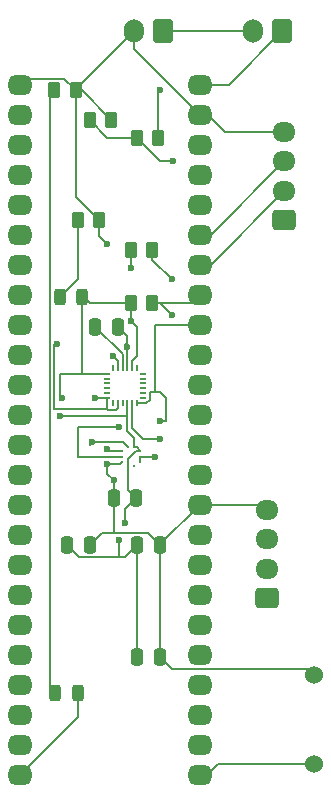
<source format=gbr>
%TF.GenerationSoftware,KiCad,Pcbnew,9.0.5*%
%TF.CreationDate,2025-11-17T23:00:25-05:00*%
%TF.ProjectId,RyanLing_Flight_Computer,5279616e-4c69-46e6-975f-466c69676874,rev?*%
%TF.SameCoordinates,Original*%
%TF.FileFunction,Copper,L1,Top*%
%TF.FilePolarity,Positive*%
%FSLAX46Y46*%
G04 Gerber Fmt 4.6, Leading zero omitted, Abs format (unit mm)*
G04 Created by KiCad (PCBNEW 9.0.5) date 2025-11-17 23:00:25*
%MOMM*%
%LPD*%
G01*
G04 APERTURE LIST*
G04 Aperture macros list*
%AMRoundRect*
0 Rectangle with rounded corners*
0 $1 Rounding radius*
0 $2 $3 $4 $5 $6 $7 $8 $9 X,Y pos of 4 corners*
0 Add a 4 corners polygon primitive as box body*
4,1,4,$2,$3,$4,$5,$6,$7,$8,$9,$2,$3,0*
0 Add four circle primitives for the rounded corners*
1,1,$1+$1,$2,$3*
1,1,$1+$1,$4,$5*
1,1,$1+$1,$6,$7*
1,1,$1+$1,$8,$9*
0 Add four rect primitives between the rounded corners*
20,1,$1+$1,$2,$3,$4,$5,0*
20,1,$1+$1,$4,$5,$6,$7,0*
20,1,$1+$1,$6,$7,$8,$9,0*
20,1,$1+$1,$8,$9,$2,$3,0*%
G04 Aperture macros list end*
%TA.AperFunction,SMDPad,CuDef*%
%ADD10RoundRect,0.250000X0.262500X0.450000X-0.262500X0.450000X-0.262500X-0.450000X0.262500X-0.450000X0*%
%TD*%
%TA.AperFunction,SMDPad,CuDef*%
%ADD11RoundRect,0.250000X-0.262500X-0.450000X0.262500X-0.450000X0.262500X0.450000X-0.262500X0.450000X0*%
%TD*%
%TA.AperFunction,SMDPad,CuDef*%
%ADD12RoundRect,0.243750X-0.243750X-0.456250X0.243750X-0.456250X0.243750X0.456250X-0.243750X0.456250X0*%
%TD*%
%TA.AperFunction,ComponentPad*%
%ADD13C,1.524000*%
%TD*%
%TA.AperFunction,ComponentPad*%
%ADD14RoundRect,0.250000X0.600000X0.750000X-0.600000X0.750000X-0.600000X-0.750000X0.600000X-0.750000X0*%
%TD*%
%TA.AperFunction,ComponentPad*%
%ADD15O,1.700000X2.000000*%
%TD*%
%TA.AperFunction,SMDPad,CuDef*%
%ADD16R,0.254000X0.279400*%
%TD*%
%TA.AperFunction,SMDPad,CuDef*%
%ADD17R,0.279400X0.254000*%
%TD*%
%TA.AperFunction,SMDPad,CuDef*%
%ADD18RoundRect,0.050000X0.225000X0.050000X-0.225000X0.050000X-0.225000X-0.050000X0.225000X-0.050000X0*%
%TD*%
%TA.AperFunction,SMDPad,CuDef*%
%ADD19RoundRect,0.050000X-0.050000X0.225000X-0.050000X-0.225000X0.050000X-0.225000X0.050000X0.225000X0*%
%TD*%
%TA.AperFunction,ComponentPad*%
%ADD20RoundRect,0.656250X-0.343750X-0.218750X0.343750X-0.218750X0.343750X0.218750X-0.343750X0.218750X0*%
%TD*%
%TA.AperFunction,SMDPad,CuDef*%
%ADD21RoundRect,0.250000X-0.250000X-0.475000X0.250000X-0.475000X0.250000X0.475000X-0.250000X0.475000X0*%
%TD*%
%TA.AperFunction,ComponentPad*%
%ADD22RoundRect,0.250000X0.725000X-0.600000X0.725000X0.600000X-0.725000X0.600000X-0.725000X-0.600000X0*%
%TD*%
%TA.AperFunction,ComponentPad*%
%ADD23O,1.950000X1.700000*%
%TD*%
%TA.AperFunction,SMDPad,CuDef*%
%ADD24RoundRect,0.250000X0.250000X0.475000X-0.250000X0.475000X-0.250000X-0.475000X0.250000X-0.475000X0*%
%TD*%
%TA.AperFunction,ViaPad*%
%ADD25C,0.600000*%
%TD*%
%TA.AperFunction,Conductor*%
%ADD26C,0.200000*%
%TD*%
G04 APERTURE END LIST*
D10*
%TO.P,R4,1*%
%TO.N,Net-(J2-Pin_1)*%
X138325000Y-46000000D03*
%TO.P,R4,2*%
%TO.N,Net-(Teensy4.1-A17)*%
X136500000Y-46000000D03*
%TD*%
D11*
%TO.P,R2,1*%
%TO.N,+3.3V*%
X136000000Y-60000000D03*
%TO.P,R2,2*%
%TO.N,/SCL*%
X137825000Y-60000000D03*
%TD*%
D12*
%TO.P,D1,1,K*%
%TO.N,Net-(D1-K)*%
X129612500Y-93000000D03*
%TO.P,D1,2,A*%
%TO.N,Net-(D1-A)*%
X131487500Y-93000000D03*
%TD*%
D13*
%TO.P,BZ1,1,+*%
%TO.N,Net-(BZ1-+)*%
X151500000Y-99000000D03*
%TO.P,BZ1,2,-*%
%TO.N,GND*%
X151500000Y-91500000D03*
%TD*%
D14*
%TO.P,J2,1,Pin_1*%
%TO.N,Net-(J2-Pin_1)*%
X148805000Y-37000000D03*
D15*
%TO.P,J2,2,Pin_2*%
%TO.N,Net-(J1-Pin_1)*%
X146305000Y-37000000D03*
%TD*%
D11*
%TO.P,R5,1*%
%TO.N,Net-(Teensy4.1-A17)*%
X132500000Y-44500000D03*
%TO.P,R5,2*%
%TO.N,GND*%
X134325000Y-44500000D03*
%TD*%
%TO.P,R3,1*%
%TO.N,+3.3V*%
X136000000Y-55500000D03*
%TO.P,R3,2*%
%TO.N,/SDA*%
X137825000Y-55500000D03*
%TD*%
D16*
%TO.P,U2,1,VDDIO*%
%TO.N,+3.3V*%
X136250000Y-72212600D03*
%TO.P,U2,2,SCK*%
%TO.N,/SCL*%
X135750000Y-72212600D03*
D17*
%TO.P,U2,3,VSS*%
%TO.N,GND*%
X135212600Y-72500001D03*
%TO.P,U2,4,SDI*%
%TO.N,/SDA*%
X135212600Y-73000000D03*
%TO.P,U2,5,SDO*%
%TO.N,GND*%
X135212600Y-73499999D03*
D16*
%TO.P,U2,6,CSB*%
%TO.N,+3.3V*%
X135750000Y-73787400D03*
%TO.P,U2,7,INT*%
%TO.N,unconnected-(U2-INT-Pad7)*%
X136250000Y-73787400D03*
D17*
%TO.P,U2,8,VSS*%
%TO.N,GND*%
X136787400Y-73499999D03*
%TO.P,U2,9,VSS*%
X136787400Y-73000000D03*
%TO.P,U2,10,VDD*%
%TO.N,+3.3V*%
X136787400Y-72500001D03*
%TD*%
D18*
%TO.P,U1,1,NC*%
%TO.N,unconnected-(U1-NC-Pad1)*%
X137000000Y-68000000D03*
%TO.P,U1,2,NC*%
%TO.N,unconnected-(U1-NC-Pad2)*%
X137000000Y-67600000D03*
%TO.P,U1,3,NC*%
%TO.N,unconnected-(U1-NC-Pad3)*%
X137000000Y-67200000D03*
%TO.P,U1,4,NC*%
%TO.N,unconnected-(U1-NC-Pad4)*%
X137000000Y-66800000D03*
%TO.P,U1,5,NC*%
%TO.N,unconnected-(U1-NC-Pad5)*%
X137000000Y-66400000D03*
%TO.P,U1,6,NC*%
%TO.N,unconnected-(U1-NC-Pad6)*%
X137000000Y-66000000D03*
D19*
%TO.P,U1,7,AUX_CL*%
%TO.N,unconnected-(U1-AUX_CL-Pad7)*%
X136500000Y-65500000D03*
%TO.P,U1,8,VDDIO*%
%TO.N,+3.3V*%
X136100000Y-65500000D03*
%TO.P,U1,9,SDO/AD0*%
%TO.N,GND*%
X135700000Y-65500000D03*
%TO.P,U1,10,REGOUT*%
%TO.N,Net-(U1-REGOUT)*%
X135300000Y-65500000D03*
%TO.P,U1,11,FSYNC*%
%TO.N,GND*%
X134900000Y-65500000D03*
%TO.P,U1,12,INT1*%
%TO.N,unconnected-(U1-INT1-Pad12)*%
X134500000Y-65500000D03*
D18*
%TO.P,U1,13,VDD*%
%TO.N,+3.3V*%
X134000000Y-66000000D03*
%TO.P,U1,14,NC*%
%TO.N,unconnected-(U1-NC-Pad14)*%
X134000000Y-66400000D03*
%TO.P,U1,15,NC*%
%TO.N,unconnected-(U1-NC-Pad15)*%
X134000000Y-66800000D03*
%TO.P,U1,16,NC*%
%TO.N,unconnected-(U1-NC-Pad16)*%
X134000000Y-67200000D03*
%TO.P,U1,17,NC*%
%TO.N,unconnected-(U1-NC-Pad17)*%
X134000000Y-67600000D03*
%TO.P,U1,18,GND*%
%TO.N,GND*%
X134000000Y-68000000D03*
D19*
%TO.P,U1,19,RESV*%
%TO.N,unconnected-(U1-RESV-Pad19)*%
X134500000Y-68500000D03*
%TO.P,U1,20,GND*%
%TO.N,GND*%
X134900000Y-68500000D03*
%TO.P,U1,21,AUX_DA*%
%TO.N,unconnected-(U1-AUX_DA-Pad21)*%
X135300000Y-68500000D03*
%TO.P,U1,22,~{CS}*%
%TO.N,+3.3V*%
X135700000Y-68500000D03*
%TO.P,U1,23,SCL/SCLK*%
%TO.N,/SCL*%
X136100000Y-68500000D03*
%TO.P,U1,24,SDA/SDI*%
%TO.N,/SDA*%
X136500000Y-68500000D03*
%TD*%
D20*
%TO.P,Teensy4.1,0,RX1*%
%TO.N,unconnected-(Teensy4.1-RX1-Pad0)*%
X126585000Y-44040000D03*
%TO.P,Teensy4.1,1,TX1*%
%TO.N,unconnected-(Teensy4.1-TX1-Pad1)*%
X126585000Y-46580000D03*
%TO.P,Teensy4.1,2,PWM*%
%TO.N,unconnected-(Teensy4.1-PWM-Pad2)*%
X126585000Y-49120000D03*
%TO.P,Teensy4.1,3,PWM*%
%TO.N,unconnected-(Teensy4.1-PWM-Pad3)*%
X126585000Y-51660000D03*
%TO.P,Teensy4.1,3V,3.3V*%
%TO.N,Net-(GPS1-Pin_1)*%
X126585000Y-77060000D03*
%TO.P,Teensy4.1,3V1,3.3V*%
%TO.N,Net-(Radio1-Pin_1)*%
X141825000Y-46580000D03*
%TO.P,Teensy4.1,4,PWM*%
%TO.N,unconnected-(Teensy4.1-PWM-Pad4)*%
X126585000Y-54200000D03*
%TO.P,Teensy4.1,5,PWM*%
%TO.N,unconnected-(Teensy4.1-PWM-Pad5)*%
X126585000Y-56740000D03*
%TO.P,Teensy4.1,5V,VIN*%
%TO.N,Net-(J2-Pin_1)*%
X141825000Y-41500000D03*
%TO.P,Teensy4.1,6,PWM*%
%TO.N,unconnected-(Teensy4.1-PWM-Pad6)*%
X126585000Y-59280000D03*
%TO.P,Teensy4.1,7,RX2*%
%TO.N,unconnected-(Teensy4.1-RX2-Pad7)*%
X126585000Y-61820000D03*
%TO.P,Teensy4.1,8,TX2*%
%TO.N,unconnected-(Teensy4.1-TX2-Pad8)*%
X126585000Y-64360000D03*
%TO.P,Teensy4.1,9,PWM*%
%TO.N,unconnected-(Teensy4.1-PWM-Pad9)*%
X126585000Y-66900000D03*
%TO.P,Teensy4.1,10,CS*%
%TO.N,unconnected-(Teensy4.1-CS-Pad10)*%
X126585000Y-69440000D03*
%TO.P,Teensy4.1,11,MOSI*%
%TO.N,unconnected-(Teensy4.1-MOSI-Pad11)*%
X126585000Y-71980000D03*
%TO.P,Teensy4.1,12,MISO*%
%TO.N,unconnected-(Teensy4.1-MISO-Pad12)*%
X126585000Y-74520000D03*
%TO.P,Teensy4.1,13,SCK*%
%TO.N,unconnected-(Teensy4.1-SCK-Pad13)*%
X141825000Y-74520000D03*
%TO.P,Teensy4.1,14,A0*%
%TO.N,unconnected-(Teensy4.1-A0-Pad14)*%
X141825000Y-71980000D03*
%TO.P,Teensy4.1,15,A1*%
%TO.N,unconnected-(Teensy4.1-A1-Pad15)*%
X141825000Y-69440000D03*
%TO.P,Teensy4.1,16,A2*%
%TO.N,unconnected-(Teensy4.1-A2-Pad16)*%
X141825000Y-66900000D03*
%TO.P,Teensy4.1,17,A3*%
%TO.N,unconnected-(Teensy4.1-A3-Pad17)*%
X141825000Y-64360000D03*
%TO.P,Teensy4.1,18,SDA*%
%TO.N,/SDA*%
X141825000Y-61820000D03*
%TO.P,Teensy4.1,19,SCL*%
%TO.N,/SCL*%
X141825000Y-59280000D03*
%TO.P,Teensy4.1,20,TX5*%
%TO.N,Net-(Radio1-Pin_2)*%
X141825000Y-56740000D03*
%TO.P,Teensy4.1,21,RX5*%
%TO.N,Net-(Radio1-Pin_3)*%
X141825000Y-54200000D03*
%TO.P,Teensy4.1,22,PWM*%
%TO.N,unconnected-(Teensy4.1-PWM-Pad22)*%
X141825000Y-51660000D03*
%TO.P,Teensy4.1,23,PWM*%
%TO.N,unconnected-(Teensy4.1-PWM-Pad23)*%
X141825000Y-49120000D03*
%TO.P,Teensy4.1,24,SCL2*%
%TO.N,Net-(GPS1-Pin_3)*%
X126585000Y-79600000D03*
%TO.P,Teensy4.1,25,SDA2*%
%TO.N,Net-(GPS1-Pin_2)*%
X126585000Y-82140000D03*
%TO.P,Teensy4.1,26,MOSI1*%
%TO.N,unconnected-(Teensy4.1-MOSI1-Pad26)*%
X126585000Y-84680000D03*
%TO.P,Teensy4.1,27,SCK1*%
%TO.N,unconnected-(Teensy4.1-SCK1-Pad27)*%
X126585000Y-87220000D03*
%TO.P,Teensy4.1,28,RX7*%
%TO.N,unconnected-(Teensy4.1-RX7-Pad28)*%
X126585000Y-89760000D03*
%TO.P,Teensy4.1,29,TX7*%
%TO.N,unconnected-(Teensy4.1-TX7-Pad29)*%
X126585000Y-92300000D03*
%TO.P,Teensy4.1,30,GPIO*%
%TO.N,unconnected-(Teensy4.1-GPIO-Pad30)*%
X126585000Y-94840000D03*
%TO.P,Teensy4.1,31,GPIO*%
%TO.N,unconnected-(Teensy4.1-GPIO-Pad31)*%
X126585000Y-97380000D03*
%TO.P,Teensy4.1,32,GPIO*%
%TO.N,Net-(D1-A)*%
X126585000Y-99920000D03*
%TO.P,Teensy4.1,33,PWM*%
%TO.N,Net-(BZ1-+)*%
X141825000Y-99920000D03*
%TO.P,Teensy4.1,34,RX8*%
%TO.N,unconnected-(Teensy4.1-RX8-Pad34)*%
X141825000Y-97380000D03*
%TO.P,Teensy4.1,35,TX8*%
%TO.N,unconnected-(Teensy4.1-TX8-Pad35)*%
X141825000Y-94840000D03*
%TO.P,Teensy4.1,36,PWM*%
%TO.N,unconnected-(Teensy4.1-PWM-Pad36)*%
X141825000Y-92300000D03*
%TO.P,Teensy4.1,37,PWM*%
%TO.N,unconnected-(Teensy4.1-PWM-Pad37)*%
X141825000Y-89760000D03*
%TO.P,Teensy4.1,38,CS1*%
%TO.N,unconnected-(Teensy4.1-CS1-Pad38)*%
X141825000Y-87220000D03*
%TO.P,Teensy4.1,39,MISO1*%
%TO.N,unconnected-(Teensy4.1-MISO1-Pad39)*%
X141825000Y-84680000D03*
%TO.P,Teensy4.1,40,A16*%
%TO.N,unconnected-(Teensy4.1-A16-Pad40)*%
X141825000Y-82140000D03*
%TO.P,Teensy4.1,41,A17*%
%TO.N,Net-(Teensy4.1-A17)*%
X141825000Y-79600000D03*
%TO.P,Teensy4.1,G,GND*%
%TO.N,GND*%
X126585000Y-41500000D03*
%TO.P,Teensy4.1,G1,GND*%
X141825000Y-44040000D03*
%TO.P,Teensy4.1,G2,GND*%
X141825000Y-77060000D03*
%TD*%
D11*
%TO.P,R6,1*%
%TO.N,Net-(D1-K)*%
X129500000Y-42000000D03*
%TO.P,R6,2*%
%TO.N,GND*%
X131325000Y-42000000D03*
%TD*%
D21*
%TO.P,C4,1*%
%TO.N,+3.3V*%
X130600000Y-80500000D03*
%TO.P,C4,2*%
%TO.N,GND*%
X132500000Y-80500000D03*
%TD*%
D12*
%TO.P,D2,1,K*%
%TO.N,Net-(D2-K)*%
X130000000Y-59500000D03*
%TO.P,D2,2,A*%
%TO.N,+3.3V*%
X131875000Y-59500000D03*
%TD*%
D14*
%TO.P,J1,1,Pin_1*%
%TO.N,Net-(J1-Pin_1)*%
X138750000Y-36945000D03*
D15*
%TO.P,J1,2,Pin_2*%
%TO.N,GND*%
X136250000Y-36945000D03*
%TD*%
D21*
%TO.P,C2,1*%
%TO.N,Net-(U1-REGOUT)*%
X133000000Y-62000000D03*
%TO.P,C2,2*%
%TO.N,GND*%
X134900000Y-62000000D03*
%TD*%
D11*
%TO.P,R7,1*%
%TO.N,Net-(D2-K)*%
X131500000Y-53000000D03*
%TO.P,R7,2*%
%TO.N,GND*%
X133325000Y-53000000D03*
%TD*%
D21*
%TO.P,C8,1*%
%TO.N,+3.3V*%
X136550000Y-80500000D03*
%TO.P,C8,2*%
%TO.N,GND*%
X138450000Y-80500000D03*
%TD*%
D22*
%TO.P,GPS1,1,Pin_1*%
%TO.N,Net-(GPS1-Pin_1)*%
X147500000Y-85000000D03*
D23*
%TO.P,GPS1,2,Pin_2*%
%TO.N,Net-(GPS1-Pin_2)*%
X147500000Y-82500000D03*
%TO.P,GPS1,3,Pin_3*%
%TO.N,Net-(GPS1-Pin_3)*%
X147500000Y-80000000D03*
%TO.P,GPS1,4,Pin_4*%
%TO.N,GND*%
X147500000Y-77500000D03*
%TD*%
D21*
%TO.P,C6,1*%
%TO.N,+3.3V*%
X136550000Y-90000000D03*
%TO.P,C6,2*%
%TO.N,GND*%
X138450000Y-90000000D03*
%TD*%
D24*
%TO.P,C7,1*%
%TO.N,+3.3V*%
X136450000Y-76500000D03*
%TO.P,C7,2*%
%TO.N,GND*%
X134550000Y-76500000D03*
%TD*%
D22*
%TO.P,Radio1,1,Pin_1*%
%TO.N,Net-(Radio1-Pin_1)*%
X149000000Y-53000000D03*
D23*
%TO.P,Radio1,2,Pin_2*%
%TO.N,Net-(Radio1-Pin_2)*%
X149000000Y-50500000D03*
%TO.P,Radio1,3,Pin_3*%
%TO.N,Net-(Radio1-Pin_3)*%
X149000000Y-48000000D03*
%TO.P,Radio1,4,Pin_4*%
%TO.N,GND*%
X149000000Y-45500000D03*
%TD*%
D25*
%TO.N,GND*%
X129726202Y-63500000D03*
X134000000Y-73600000D03*
X133000000Y-68000000D03*
X138000000Y-73000000D03*
X134000000Y-72400000D03*
X134000000Y-55000000D03*
X135700000Y-63700000D03*
X134500000Y-64500000D03*
X134550000Y-75000000D03*
%TO.N,+3.3V*%
X135000000Y-80074000D03*
X135500000Y-78600000D03*
X136000000Y-57000000D03*
X130127202Y-68000000D03*
X136000000Y-61500000D03*
X130000000Y-69600000D03*
%TO.N,Net-(J2-Pin_1)*%
X138500000Y-42000000D03*
%TO.N,/SCL*%
X138500000Y-71500000D03*
X132701000Y-71799000D03*
X139500000Y-61000000D03*
%TO.N,/SDA*%
X138500000Y-70000000D03*
X135000000Y-70500000D03*
X139500000Y-58000000D03*
%TO.N,Net-(Teensy4.1-A17)*%
X139556000Y-47944000D03*
%TD*%
D26*
%TO.N,Net-(BZ1-+)*%
X143340000Y-99000000D02*
X151500000Y-99000000D01*
X142420000Y-99920000D02*
X143340000Y-99000000D01*
X141825000Y-99920000D02*
X142420000Y-99920000D01*
X141825000Y-99920000D02*
X141825000Y-99850000D01*
%TO.N,GND*%
X139450000Y-91000000D02*
X151000000Y-91000000D01*
X135212600Y-72500001D02*
X134100001Y-72500001D01*
X133325000Y-54325000D02*
X133325000Y-53000000D01*
X134000000Y-68000000D02*
X133000000Y-68000000D01*
X147060000Y-77060000D02*
X147500000Y-77500000D01*
X134500000Y-79474000D02*
X137424000Y-79474000D01*
X131825000Y-42000000D02*
X131325000Y-42000000D01*
X151000000Y-91000000D02*
X151500000Y-91500000D01*
X127086000Y-40999000D02*
X126585000Y-41500000D01*
X131325000Y-42000000D02*
X131325000Y-51000000D01*
X131325000Y-41870000D02*
X136250000Y-36945000D01*
X136787400Y-73499999D02*
X136787400Y-73000000D01*
X134000000Y-73600000D02*
X135112599Y-73600000D01*
X136250000Y-38465000D02*
X136250000Y-36945000D01*
X129527202Y-69000000D02*
X129527202Y-63500000D01*
X133526000Y-79474000D02*
X134500000Y-79474000D01*
X135500000Y-63500000D02*
X135700000Y-63700000D01*
X134900000Y-68872774D02*
X134696774Y-69076000D01*
X134000000Y-74450000D02*
X134550000Y-75000000D01*
X134325000Y-44500000D02*
X131825000Y-42000000D01*
X138450000Y-80500000D02*
X138450000Y-90000000D01*
X134100001Y-72500001D02*
X134000000Y-72400000D01*
X138450000Y-80435000D02*
X141825000Y-77060000D01*
X131325000Y-51000000D02*
X133325000Y-53000000D01*
X134550000Y-76500000D02*
X134550000Y-75000000D01*
X129527202Y-63500000D02*
X129726202Y-63500000D01*
X141825000Y-44040000D02*
X136250000Y-38465000D01*
X131325000Y-42000000D02*
X131325000Y-41870000D01*
X135700000Y-65500000D02*
X135700000Y-63700000D01*
X137424000Y-79474000D02*
X138450000Y-80500000D01*
X138450000Y-90000000D02*
X139450000Y-91000000D01*
X134000000Y-73600000D02*
X134000000Y-74450000D01*
X134000000Y-55000000D02*
X133325000Y-54325000D01*
X134900000Y-65500000D02*
X134900000Y-64900000D01*
X134900000Y-68500000D02*
X134900000Y-68872774D01*
X135112599Y-73600000D02*
X135212600Y-73499999D01*
X144000000Y-45500000D02*
X149000000Y-45500000D01*
X138450000Y-80500000D02*
X138450000Y-80435000D01*
X134076000Y-69076000D02*
X134696774Y-69076000D01*
X131325000Y-42000000D02*
X130324000Y-40999000D01*
X134000000Y-68000000D02*
X134000000Y-69000000D01*
X134550000Y-76500000D02*
X134550000Y-79424000D01*
X134000000Y-69000000D02*
X129527202Y-69000000D01*
X141825000Y-44040000D02*
X142540000Y-44040000D01*
X136787400Y-73000000D02*
X138000000Y-73000000D01*
X141825000Y-77060000D02*
X147060000Y-77060000D01*
X132500000Y-80500000D02*
X133526000Y-79474000D01*
X135700000Y-62800000D02*
X134900000Y-62000000D01*
X130324000Y-40999000D02*
X127086000Y-40999000D01*
X135700000Y-63700000D02*
X135700000Y-62800000D01*
X141764999Y-76999999D02*
X141825000Y-77060000D01*
X134550000Y-79424000D02*
X134500000Y-79474000D01*
X134000000Y-69000000D02*
X134076000Y-69076000D01*
X134900000Y-64900000D02*
X134500000Y-64500000D01*
X142540000Y-44040000D02*
X144000000Y-45500000D01*
%TO.N,Net-(U1-REGOUT)*%
X135300000Y-65500000D02*
X135300000Y-64300000D01*
X135300000Y-64300000D02*
X133000000Y-62000000D01*
%TO.N,+3.3V*%
X135750000Y-73787400D02*
X135750000Y-75800000D01*
X131875000Y-59500000D02*
X132000000Y-59500000D01*
X131880000Y-66000000D02*
X131500000Y-66000000D01*
X130000000Y-69600000D02*
X135600000Y-69600000D01*
X135700000Y-69500000D02*
X135700000Y-70850057D01*
X136550000Y-80500000D02*
X136550000Y-90000000D01*
X135700000Y-68500000D02*
X135700000Y-69500000D01*
X136250000Y-72212600D02*
X136499999Y-72212600D01*
X131500000Y-66000000D02*
X130000000Y-66000000D01*
X131626000Y-81526000D02*
X135000000Y-81526000D01*
X136100000Y-65500000D02*
X136100000Y-64900000D01*
X134000000Y-66000000D02*
X131880000Y-66000000D01*
X132500000Y-60000000D02*
X136000000Y-60000000D01*
X136000000Y-60000000D02*
X136000000Y-61500000D01*
X131875000Y-59500000D02*
X131875000Y-65995000D01*
X130600000Y-80500000D02*
X131626000Y-81526000D01*
X131875000Y-65995000D02*
X131880000Y-66000000D01*
X135000000Y-80074000D02*
X135000000Y-81526000D01*
X136000000Y-55500000D02*
X136000000Y-57000000D01*
X135750000Y-75800000D02*
X136450000Y-76500000D01*
X135700000Y-70850057D02*
X136250000Y-71400057D01*
X136450000Y-76500000D02*
X135500000Y-77450000D01*
X132000000Y-59500000D02*
X132500000Y-60000000D01*
X135600000Y-69600000D02*
X135700000Y-69500000D01*
X136418699Y-72500001D02*
X135750000Y-73168700D01*
X135524000Y-81526000D02*
X136550000Y-80500000D01*
X135750000Y-73168700D02*
X135750000Y-73787400D01*
X130000000Y-67872798D02*
X130127202Y-68000000D01*
X135500000Y-77450000D02*
X135500000Y-78600000D01*
X136500000Y-62000000D02*
X136000000Y-61500000D01*
X130000000Y-66000000D02*
X130000000Y-67872798D01*
X135000000Y-81526000D02*
X135524000Y-81526000D01*
X136250000Y-71400057D02*
X136250000Y-72212600D01*
X136787400Y-72500001D02*
X136418699Y-72500001D01*
X136499999Y-72212600D02*
X136787400Y-72500001D01*
X136100000Y-64900000D02*
X136500000Y-64500000D01*
X136500000Y-64500000D02*
X136500000Y-62000000D01*
%TO.N,Net-(D1-K)*%
X129126202Y-42373798D02*
X129126202Y-92513702D01*
X129500000Y-42000000D02*
X129126202Y-42373798D01*
X129126202Y-92513702D02*
X129612500Y-93000000D01*
%TO.N,Net-(D1-A)*%
X131487500Y-95017500D02*
X131487500Y-93000000D01*
X126585000Y-99920000D02*
X131487500Y-95017500D01*
%TO.N,Net-(D2-K)*%
X131500000Y-53000000D02*
X131500000Y-58000000D01*
X131500000Y-58000000D02*
X130000000Y-59500000D01*
%TO.N,Net-(J1-Pin_1)*%
X138750000Y-36945000D02*
X146250000Y-36945000D01*
X146250000Y-36945000D02*
X146305000Y-37000000D01*
%TO.N,Net-(J2-Pin_1)*%
X141825000Y-41500000D02*
X144305000Y-41500000D01*
X144305000Y-41500000D02*
X148805000Y-37000000D01*
X138325000Y-42175000D02*
X138325000Y-46000000D01*
X138500000Y-42000000D02*
X138325000Y-42175000D01*
%TO.N,/SCL*%
X139500000Y-61000000D02*
X138500000Y-60000000D01*
X141105000Y-60000000D02*
X141825000Y-59280000D01*
X138500000Y-60000000D02*
X137825000Y-60000000D01*
X137000000Y-71500000D02*
X138500000Y-71500000D01*
X136100000Y-68500000D02*
X136100000Y-70600000D01*
X135750000Y-72212600D02*
X135336400Y-71799000D01*
X139500000Y-60000000D02*
X141105000Y-60000000D01*
X132500000Y-72000000D02*
X132701000Y-71799000D01*
X137825000Y-60000000D02*
X139500000Y-60000000D01*
X136100000Y-70600000D02*
X136500000Y-71000000D01*
X136500000Y-71000000D02*
X137000000Y-71500000D01*
X135336400Y-71799000D02*
X132701000Y-71799000D01*
%TO.N,/SDA*%
X131500000Y-70500000D02*
X131500000Y-73000000D01*
X137576000Y-68196774D02*
X137576000Y-67500000D01*
X135000000Y-70500000D02*
X131500000Y-70500000D01*
X137825000Y-55500000D02*
X137825000Y-56325000D01*
X138000000Y-67500000D02*
X138000000Y-61820000D01*
X141825000Y-61820000D02*
X138000000Y-61820000D01*
X131500000Y-73000000D02*
X135212600Y-73000000D01*
X136500000Y-68500000D02*
X137272774Y-68500000D01*
X139000000Y-68000000D02*
X139000000Y-70000000D01*
X138500000Y-67500000D02*
X139000000Y-68000000D01*
X139000000Y-70000000D02*
X138500000Y-70000000D01*
X137576000Y-67500000D02*
X138000000Y-67500000D01*
X138000000Y-67500000D02*
X138500000Y-67500000D01*
X137825000Y-56325000D02*
X139500000Y-58000000D01*
X137272774Y-68500000D02*
X137576000Y-68196774D01*
%TO.N,Net-(Teensy4.1-A17)*%
X136500000Y-46000000D02*
X134000000Y-46000000D01*
X138444000Y-47944000D02*
X139556000Y-47944000D01*
X134000000Y-46000000D02*
X132500000Y-44500000D01*
X136500000Y-46000000D02*
X138444000Y-47944000D01*
%TO.N,Net-(Radio1-Pin_3)*%
X142800000Y-54200000D02*
X149000000Y-48000000D01*
X141825000Y-54200000D02*
X142800000Y-54200000D01*
%TO.N,Net-(Radio1-Pin_2)*%
X141825000Y-56740000D02*
X142760000Y-56740000D01*
X142760000Y-56740000D02*
X149000000Y-50500000D01*
%TD*%
M02*

</source>
